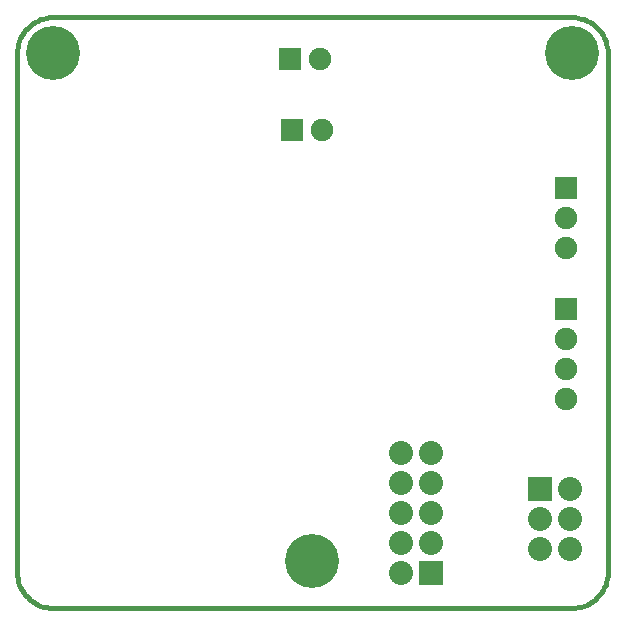
<source format=gbs>
G04 (created by PCBNEW-RS274X (2012-01-19 BZR 3256)-stable) date 09-06-2012 12:03:24*
G01*
G70*
G90*
%MOIN*%
G04 Gerber Fmt 3.4, Leading zero omitted, Abs format*
%FSLAX34Y34*%
G04 APERTURE LIST*
%ADD10C,0.006000*%
%ADD11C,0.015000*%
%ADD12R,0.075000X0.075000*%
%ADD13C,0.075000*%
%ADD14R,0.080000X0.080000*%
%ADD15C,0.080000*%
%ADD16C,0.180000*%
G04 APERTURE END LIST*
G54D10*
G54D11*
X47638Y-59449D02*
X47740Y-59444D01*
X47843Y-59431D01*
X47943Y-59408D01*
X48041Y-59377D01*
X48137Y-59338D01*
X48228Y-59290D01*
X48315Y-59235D01*
X48397Y-59172D01*
X48473Y-59103D01*
X48542Y-59027D01*
X48605Y-58945D01*
X48660Y-58858D01*
X48708Y-58767D01*
X48747Y-58671D01*
X48778Y-58573D01*
X48801Y-58473D01*
X48814Y-58370D01*
X48819Y-58268D01*
X48819Y-40945D02*
X48814Y-40843D01*
X48801Y-40740D01*
X48778Y-40640D01*
X48747Y-40542D01*
X48708Y-40446D01*
X48660Y-40355D01*
X48605Y-40268D01*
X48542Y-40186D01*
X48473Y-40110D01*
X48397Y-40041D01*
X48315Y-39978D01*
X48228Y-39923D01*
X48137Y-39875D01*
X48041Y-39836D01*
X47943Y-39805D01*
X47843Y-39782D01*
X47740Y-39769D01*
X47638Y-39764D01*
X29134Y-58268D02*
X29139Y-58370D01*
X29152Y-58473D01*
X29175Y-58573D01*
X29206Y-58671D01*
X29245Y-58767D01*
X29293Y-58858D01*
X29348Y-58945D01*
X29411Y-59027D01*
X29480Y-59103D01*
X29556Y-59172D01*
X29638Y-59235D01*
X29725Y-59290D01*
X29816Y-59338D01*
X29912Y-59377D01*
X30010Y-59408D01*
X30110Y-59431D01*
X30213Y-59444D01*
X30315Y-59449D01*
X30315Y-39764D02*
X30213Y-39769D01*
X30110Y-39782D01*
X30010Y-39805D01*
X29912Y-39836D01*
X29816Y-39875D01*
X29725Y-39923D01*
X29638Y-39978D01*
X29556Y-40041D01*
X29480Y-40110D01*
X29411Y-40186D01*
X29348Y-40268D01*
X29293Y-40355D01*
X29245Y-40446D01*
X29206Y-40542D01*
X29175Y-40640D01*
X29152Y-40740D01*
X29139Y-40843D01*
X29134Y-40945D01*
X29134Y-58268D02*
X29134Y-40945D01*
X47638Y-59449D02*
X30315Y-59449D01*
X48819Y-40945D02*
X48819Y-58268D01*
X30315Y-39764D02*
X47638Y-39764D01*
G54D12*
X47441Y-49484D03*
G54D13*
X47441Y-50484D03*
X47441Y-51484D03*
X47441Y-52484D03*
G54D12*
X47441Y-45457D03*
G54D13*
X47441Y-46457D03*
X47441Y-47457D03*
G54D12*
X38280Y-43504D03*
G54D13*
X39280Y-43504D03*
G54D12*
X38241Y-41142D03*
G54D13*
X39241Y-41142D03*
G54D14*
X46547Y-55496D03*
G54D15*
X47547Y-55496D03*
X46547Y-56496D03*
X47547Y-56496D03*
X46547Y-57496D03*
X47547Y-57496D03*
G54D14*
X42921Y-58299D03*
G54D15*
X41921Y-58299D03*
X42921Y-57299D03*
X41921Y-57299D03*
X42921Y-56299D03*
X41921Y-56299D03*
X42921Y-55299D03*
X41921Y-55299D03*
X42921Y-54299D03*
X41921Y-54299D03*
G54D16*
X30315Y-40945D03*
X47638Y-40945D03*
X38976Y-57874D03*
M02*

</source>
